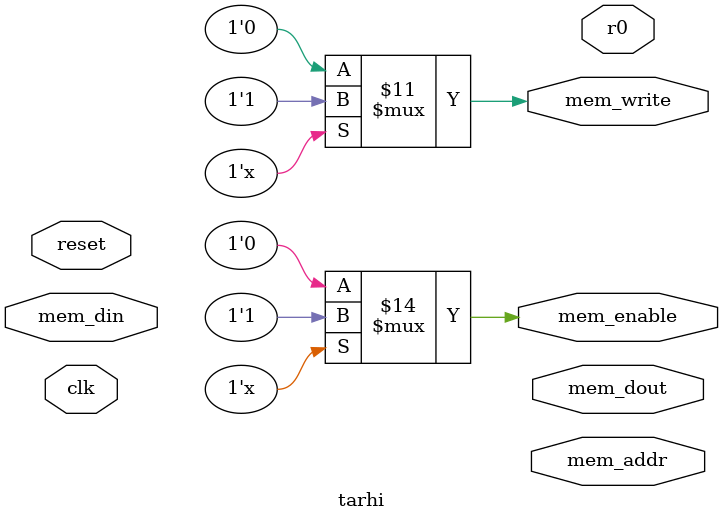
<source format=v>
`timescale 1ns / 1ps
module tarhi(clk, reset, mem_enable, mem_write, mem_addr, mem_din, mem_dout, r0);
   input clk;
   input reset;
   input [31:0] mem_din;
   
   output mem_enable;
   output mem_write;
   output [23:0] mem_addr;
   output [31:0] mem_dout;
   output [31:0] r0;
   
   reg mem_enable;
   reg mem_write;
   reg [23:0] mem_addr;
   reg [31:0] mem_dout;
   
   reg [23:0] pc;
   reg [31:0] r0;
   reg [31:0] r1,r2,r3;
   reg [2:0] state;
   reg [1:0] exec_state;
   reg [31:0] instruct;
   
   reg [2:0] alu_op;
   reg [31:0] alu_inp1;
   reg [31:0] alu_inp2;
   wire [31:0] alu_outp;
   
   alu alu(
      .op(alu_op),
      .inp1(alu_inp1),
      .inp2(alu_inp2),
      .outp(alu_outp)
   );
   
   parameter _reset   = 3'b000,
             _fetch0  = 3'b001,
             _fetch1  = 3'b010,
             _decode  = 3'b011,
             _exec    = 3'b100;
   parameter _read    = 2'b00,
             _write   = 2'b01,
             _jmp     = 2'b10,
             _alu     = 2'b11;
   
   initial begin
      state <= _reset;
   end
   
   always @(clk or reset) begin
      if (reset) state <= _reset;
      else if (clk)
         case(state)
            _reset: begin
               pc <= 23'b0;
               state <= _fetch0;
            end
            _fetch0: begin // fetch
               mem_addr <= pc;
               state <= _fetch1;
            end
            _fetch1: begin // 
               instruct <= mem_din;
               pc <= pc + 1;
               state <= _decode;               
            end
            _decode: begin // decode
               state <= _exec;
               case(instruct[31:30])
                  2'b00: begin
                     mem_addr <= instruct[23:0];
                     exec_state <= _read;
                  end
                  2'b01: begin
                     mem_addr <= instruct[23:0];
                     exec_state <= _write;
                  end
                  2'b10: exec_state <= _jmp;
                  2'b11: exec_state <= _alu;
               endcase
            end
            _exec: begin
               case(exec_state)
                  _read: begin // read from memory
                     case(instruct[29:28])
                        2'b00: r0 <= mem_din;
                        2'b01: r1 <= mem_din;
                        2'b10: r2 <= mem_din;
                        2'b11: r3 <= mem_din;
                     endcase
                  end
                  _write: begin // write to memory
                     case(instruct[29:28])
                        2'b00: mem_dout <= r0;
                        2'b01: mem_dout <= r1;
                        2'b10: mem_dout <= r2;
                        2'b11: mem_dout <= r3;
                     endcase
                  end
                  _jmp: begin // jump to memory
                     pc <= instruct[23:0];
                  end
                  _alu: begin // arithmetic-logic unit
                     alu_op <= instruct[29:27];
                     case(instruct[26:25])
                        2'b00: alu_inp1 <= r0;
                        2'b01: alu_inp1 <= r1;
                        2'b10: alu_inp1 <= r2;
                        2'b11: alu_inp1 <= r3;
                     endcase
                     case(instruct[24:23])
                        2'b00: alu_inp2 <= r0;
                        2'b01: alu_inp2 <= r1;
                        2'b10: alu_inp2 <= r2;
                        2'b11: alu_inp2 <= r3;
                     endcase
                     case(instruct[22:21])
                        2'b00: r0 <= alu_outp;
                        2'b01: r1 <= alu_outp;
                        2'b10: r2 <= alu_outp;
                        2'b11: r3 <= alu_outp;
                     endcase
                  end
               endcase
               state <= _fetch0;
            end
            default: state <= _fetch0;
         endcase
         if (state == _fetch0 || exec_state == _read || exec_state == _write)
            mem_enable <= 1'b1;
         else mem_enable <= 1'b0;
         if (exec_state == _write) mem_write <= 1'b1;
         else mem_write <= 1'b0;
   end

endmodule

</source>
